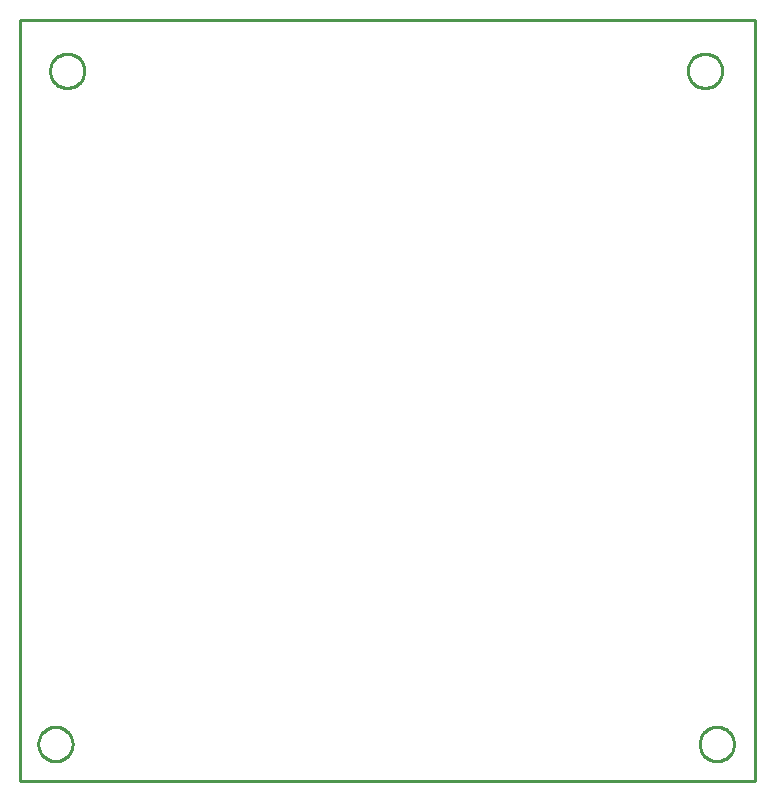
<source format=gbr>
G04 EAGLE Gerber RS-274X export*
G75*
%MOMM*%
%FSLAX34Y34*%
%LPD*%
%IN*%
%IPPOS*%
%AMOC8*
5,1,8,0,0,1.08239X$1,22.5*%
G01*
%ADD10C,0.254000*%


D10*
X0Y-600D02*
X622100Y-600D01*
X622100Y643800D01*
X0Y643800D01*
X0Y-600D01*
X54500Y600482D02*
X54426Y599449D01*
X54279Y598424D01*
X54059Y597412D01*
X53767Y596418D01*
X53405Y595448D01*
X52975Y594505D01*
X52478Y593596D01*
X51918Y592725D01*
X51298Y591896D01*
X50619Y591113D01*
X49887Y590381D01*
X49104Y589703D01*
X48275Y589082D01*
X47404Y588522D01*
X46495Y588025D01*
X45552Y587595D01*
X44582Y587233D01*
X43588Y586941D01*
X42576Y586721D01*
X41551Y586574D01*
X40518Y586500D01*
X39482Y586500D01*
X38449Y586574D01*
X37424Y586721D01*
X36412Y586941D01*
X35418Y587233D01*
X34448Y587595D01*
X33505Y588025D01*
X32596Y588522D01*
X31725Y589082D01*
X30896Y589703D01*
X30113Y590381D01*
X29381Y591113D01*
X28703Y591896D01*
X28082Y592725D01*
X27522Y593596D01*
X27025Y594505D01*
X26595Y595448D01*
X26233Y596418D01*
X25941Y597412D01*
X25721Y598424D01*
X25574Y599449D01*
X25500Y600482D01*
X25500Y601518D01*
X25574Y602551D01*
X25721Y603576D01*
X25941Y604588D01*
X26233Y605582D01*
X26595Y606552D01*
X27025Y607495D01*
X27522Y608404D01*
X28082Y609275D01*
X28703Y610104D01*
X29381Y610887D01*
X30113Y611619D01*
X30896Y612298D01*
X31725Y612918D01*
X32596Y613478D01*
X33505Y613975D01*
X34448Y614405D01*
X35418Y614767D01*
X36412Y615059D01*
X37424Y615279D01*
X38449Y615426D01*
X39482Y615500D01*
X40518Y615500D01*
X41551Y615426D01*
X42576Y615279D01*
X43588Y615059D01*
X44582Y614767D01*
X45552Y614405D01*
X46495Y613975D01*
X47404Y613478D01*
X48275Y612918D01*
X49104Y612298D01*
X49887Y611619D01*
X50619Y610887D01*
X51298Y610104D01*
X51918Y609275D01*
X52478Y608404D01*
X52975Y607495D01*
X53405Y606552D01*
X53767Y605582D01*
X54059Y604588D01*
X54279Y603576D01*
X54426Y602551D01*
X54500Y601518D01*
X54500Y600482D01*
X594500Y600482D02*
X594426Y599449D01*
X594279Y598424D01*
X594059Y597412D01*
X593767Y596418D01*
X593405Y595448D01*
X592975Y594505D01*
X592478Y593596D01*
X591918Y592725D01*
X591298Y591896D01*
X590619Y591113D01*
X589887Y590381D01*
X589104Y589703D01*
X588275Y589082D01*
X587404Y588522D01*
X586495Y588025D01*
X585552Y587595D01*
X584582Y587233D01*
X583588Y586941D01*
X582576Y586721D01*
X581551Y586574D01*
X580518Y586500D01*
X579482Y586500D01*
X578449Y586574D01*
X577424Y586721D01*
X576412Y586941D01*
X575418Y587233D01*
X574448Y587595D01*
X573505Y588025D01*
X572596Y588522D01*
X571725Y589082D01*
X570896Y589703D01*
X570113Y590381D01*
X569381Y591113D01*
X568703Y591896D01*
X568082Y592725D01*
X567522Y593596D01*
X567025Y594505D01*
X566595Y595448D01*
X566233Y596418D01*
X565941Y597412D01*
X565721Y598424D01*
X565574Y599449D01*
X565500Y600482D01*
X565500Y601518D01*
X565574Y602551D01*
X565721Y603576D01*
X565941Y604588D01*
X566233Y605582D01*
X566595Y606552D01*
X567025Y607495D01*
X567522Y608404D01*
X568082Y609275D01*
X568703Y610104D01*
X569381Y610887D01*
X570113Y611619D01*
X570896Y612298D01*
X571725Y612918D01*
X572596Y613478D01*
X573505Y613975D01*
X574448Y614405D01*
X575418Y614767D01*
X576412Y615059D01*
X577424Y615279D01*
X578449Y615426D01*
X579482Y615500D01*
X580518Y615500D01*
X581551Y615426D01*
X582576Y615279D01*
X583588Y615059D01*
X584582Y614767D01*
X585552Y614405D01*
X586495Y613975D01*
X587404Y613478D01*
X588275Y612918D01*
X589104Y612298D01*
X589887Y611619D01*
X590619Y610887D01*
X591298Y610104D01*
X591918Y609275D01*
X592478Y608404D01*
X592975Y607495D01*
X593405Y606552D01*
X593767Y605582D01*
X594059Y604588D01*
X594279Y603576D01*
X594426Y602551D01*
X594500Y601518D01*
X594500Y600482D01*
X44500Y30482D02*
X44426Y29449D01*
X44279Y28424D01*
X44059Y27412D01*
X43767Y26418D01*
X43405Y25448D01*
X42975Y24505D01*
X42478Y23596D01*
X41918Y22725D01*
X41298Y21896D01*
X40619Y21113D01*
X39887Y20381D01*
X39104Y19703D01*
X38275Y19082D01*
X37404Y18522D01*
X36495Y18025D01*
X35552Y17595D01*
X34582Y17233D01*
X33588Y16941D01*
X32576Y16721D01*
X31551Y16574D01*
X30518Y16500D01*
X29482Y16500D01*
X28449Y16574D01*
X27424Y16721D01*
X26412Y16941D01*
X25418Y17233D01*
X24448Y17595D01*
X23505Y18025D01*
X22596Y18522D01*
X21725Y19082D01*
X20896Y19703D01*
X20113Y20381D01*
X19381Y21113D01*
X18703Y21896D01*
X18082Y22725D01*
X17522Y23596D01*
X17025Y24505D01*
X16595Y25448D01*
X16233Y26418D01*
X15941Y27412D01*
X15721Y28424D01*
X15574Y29449D01*
X15500Y30482D01*
X15500Y31518D01*
X15574Y32551D01*
X15721Y33576D01*
X15941Y34588D01*
X16233Y35582D01*
X16595Y36552D01*
X17025Y37495D01*
X17522Y38404D01*
X18082Y39275D01*
X18703Y40104D01*
X19381Y40887D01*
X20113Y41619D01*
X20896Y42298D01*
X21725Y42918D01*
X22596Y43478D01*
X23505Y43975D01*
X24448Y44405D01*
X25418Y44767D01*
X26412Y45059D01*
X27424Y45279D01*
X28449Y45426D01*
X29482Y45500D01*
X30518Y45500D01*
X31551Y45426D01*
X32576Y45279D01*
X33588Y45059D01*
X34582Y44767D01*
X35552Y44405D01*
X36495Y43975D01*
X37404Y43478D01*
X38275Y42918D01*
X39104Y42298D01*
X39887Y41619D01*
X40619Y40887D01*
X41298Y40104D01*
X41918Y39275D01*
X42478Y38404D01*
X42975Y37495D01*
X43405Y36552D01*
X43767Y35582D01*
X44059Y34588D01*
X44279Y33576D01*
X44426Y32551D01*
X44500Y31518D01*
X44500Y30482D01*
X604500Y30482D02*
X604426Y29449D01*
X604279Y28424D01*
X604059Y27412D01*
X603767Y26418D01*
X603405Y25448D01*
X602975Y24505D01*
X602478Y23596D01*
X601918Y22725D01*
X601298Y21896D01*
X600619Y21113D01*
X599887Y20381D01*
X599104Y19703D01*
X598275Y19082D01*
X597404Y18522D01*
X596495Y18025D01*
X595552Y17595D01*
X594582Y17233D01*
X593588Y16941D01*
X592576Y16721D01*
X591551Y16574D01*
X590518Y16500D01*
X589482Y16500D01*
X588449Y16574D01*
X587424Y16721D01*
X586412Y16941D01*
X585418Y17233D01*
X584448Y17595D01*
X583505Y18025D01*
X582596Y18522D01*
X581725Y19082D01*
X580896Y19703D01*
X580113Y20381D01*
X579381Y21113D01*
X578703Y21896D01*
X578082Y22725D01*
X577522Y23596D01*
X577025Y24505D01*
X576595Y25448D01*
X576233Y26418D01*
X575941Y27412D01*
X575721Y28424D01*
X575574Y29449D01*
X575500Y30482D01*
X575500Y31518D01*
X575574Y32551D01*
X575721Y33576D01*
X575941Y34588D01*
X576233Y35582D01*
X576595Y36552D01*
X577025Y37495D01*
X577522Y38404D01*
X578082Y39275D01*
X578703Y40104D01*
X579381Y40887D01*
X580113Y41619D01*
X580896Y42298D01*
X581725Y42918D01*
X582596Y43478D01*
X583505Y43975D01*
X584448Y44405D01*
X585418Y44767D01*
X586412Y45059D01*
X587424Y45279D01*
X588449Y45426D01*
X589482Y45500D01*
X590518Y45500D01*
X591551Y45426D01*
X592576Y45279D01*
X593588Y45059D01*
X594582Y44767D01*
X595552Y44405D01*
X596495Y43975D01*
X597404Y43478D01*
X598275Y42918D01*
X599104Y42298D01*
X599887Y41619D01*
X600619Y40887D01*
X601298Y40104D01*
X601918Y39275D01*
X602478Y38404D01*
X602975Y37495D01*
X603405Y36552D01*
X603767Y35582D01*
X604059Y34588D01*
X604279Y33576D01*
X604426Y32551D01*
X604500Y31518D01*
X604500Y30482D01*
M02*

</source>
